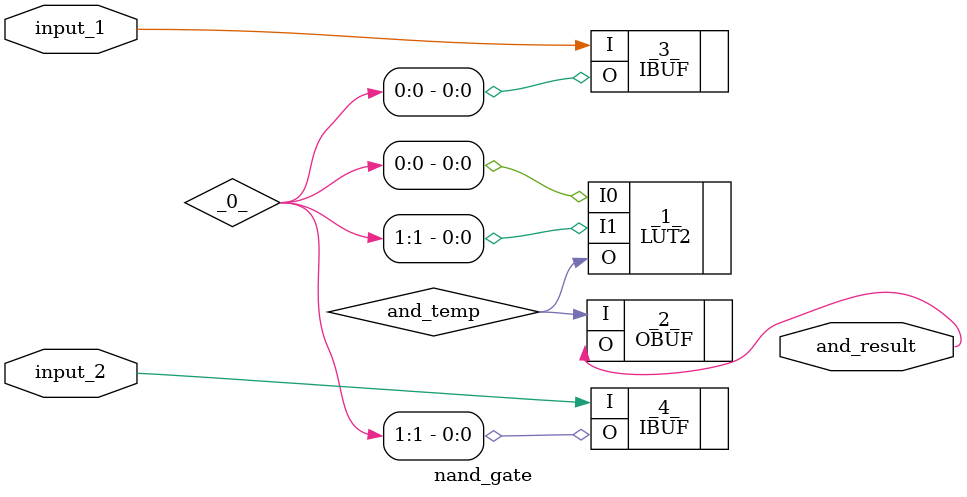
<source format=v>
/* Generated by Yosys 0.13+3 (git sha1 61324cf55, x86_64-conda_cos6-linux-gnu-gcc 1.24.0.133_b0863d8_dirty -fvisibility-inlines-hidden -fmessage-length=0 -march=nocona -mtune=haswell -ftree-vectorize -fPIC -fstack-protector-strong -fno-plt -O2 -ffunction-sections -fdebug-prefix-map=/home/runner/work/conda-eda/conda-eda/workdir/conda-env/conda-bld/yosys_1642201854658/work=/usr/local/src/conda/yosys-0.13_4_g61324cf55 -fdebug-prefix-map=/home/joe/opt/symbiflow/xc7/conda/envs/xc7=/usr/local/src/conda-prefix -fPIC -Os -fno-merge-constants) */

(* hdlname = "\\nand_gate" *)
(* top =  1  *)
(* src = "/home/joe/dev/nand2tetris-verilog/components/nand_gate.v:1.1-7.10" *)
module nand_gate(input_1, input_2, and_result);
  (* force_downto = 32'd1 *)
  (* src = "/home/joe/opt/symbiflow/xc7/conda/envs/xc7/bin/../share/yosys/xilinx/lut_map.v:30.21-30.22" *)
  wire [1:0] _0_;
  (* src = "/home/joe/dev/nand2tetris-verilog/components/nand_gate.v:3.26-3.36" *)
  output and_result;
  (* src = "/home/joe/dev/nand2tetris-verilog/components/nand_gate.v:4.10-4.18" *)
  wire and_temp;
  (* src = "/home/joe/dev/nand2tetris-verilog/components/nand_gate.v:1.25-1.32" *)
  input input_1;
  (* src = "/home/joe/dev/nand2tetris-verilog/components/nand_gate.v:2.25-2.32" *)
  input input_2;
  (* module_not_derived = 32'd1 *)
  (* src = "/home/joe/opt/symbiflow/xc7/conda/envs/xc7/bin/../share/yosys/xilinx/lut_map.v:43.26-44.30" *)
  LUT2 #(
    .INIT(4'h7)
  ) _1_ (
    .I0(_0_[0]),
    .I1(_0_[1]),
    .O(and_temp)
  );
  (* keep = 32'd1 *)
  OBUF #(
    .IOSTANDARD("LVCMOS33"),
    .IO_LOC_PAIRS("and_result:U16")
  ) _2_ (
    .I(and_temp),
    .O(and_result)
  );
  (* keep = 32'd1 *)
  IBUF #(
    .IOSTANDARD("LVCMOS33"),
    .IO_LOC_PAIRS("input_1:V16")
  ) _3_ (
    .I(input_1),
    .O(_0_[0])
  );
  (* keep = 32'd1 *)
  IBUF #(
    .IOSTANDARD("LVCMOS33"),
    .IO_LOC_PAIRS("input_2:V17")
  ) _4_ (
    .I(input_2),
    .O(_0_[1])
  );
endmodule

</source>
